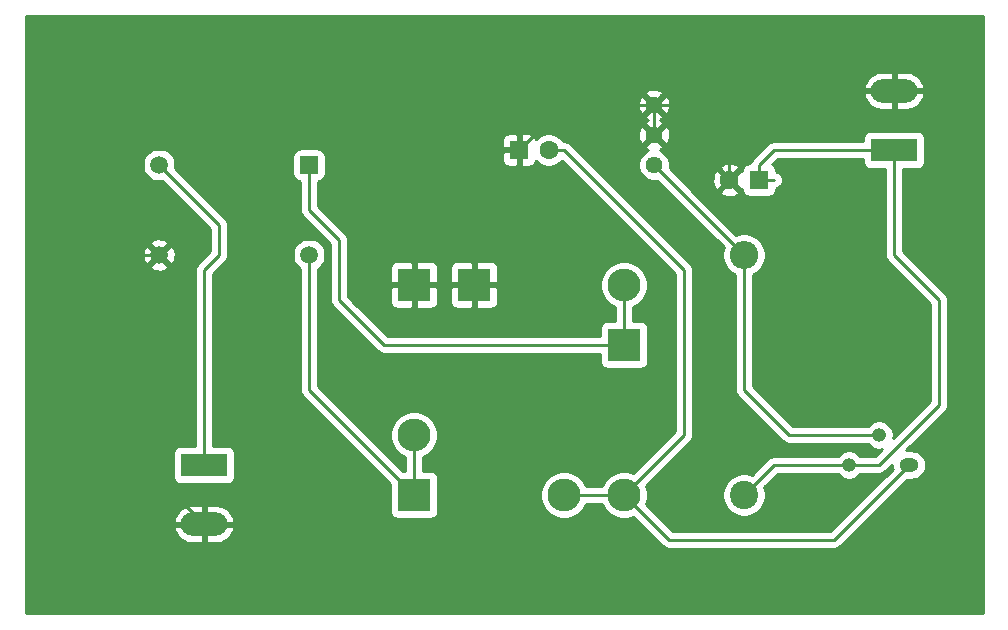
<source format=gbr>
%TF.GenerationSoftware,KiCad,Pcbnew,(5.1.10)-1*%
%TF.CreationDate,2021-08-17T10:22:28+03:00*%
%TF.ProjectId,first project,66697273-7420-4707-926f-6a6563742e6b,rev?*%
%TF.SameCoordinates,Original*%
%TF.FileFunction,Copper,L1,Top*%
%TF.FilePolarity,Positive*%
%FSLAX46Y46*%
G04 Gerber Fmt 4.6, Leading zero omitted, Abs format (unit mm)*
G04 Created by KiCad (PCBNEW (5.1.10)-1) date 2021-08-17 10:22:28*
%MOMM*%
%LPD*%
G01*
G04 APERTURE LIST*
%TA.AperFunction,ComponentPad*%
%ADD10C,1.520000*%
%TD*%
%TA.AperFunction,ComponentPad*%
%ADD11R,1.520000X1.520000*%
%TD*%
%TA.AperFunction,ComponentPad*%
%ADD12R,1.600000X1.600000*%
%TD*%
%TA.AperFunction,ComponentPad*%
%ADD13C,1.600000*%
%TD*%
%TA.AperFunction,ComponentPad*%
%ADD14O,2.800000X2.800000*%
%TD*%
%TA.AperFunction,ComponentPad*%
%ADD15R,2.800000X2.800000*%
%TD*%
%TA.AperFunction,ComponentPad*%
%ADD16R,3.960000X1.980000*%
%TD*%
%TA.AperFunction,ComponentPad*%
%ADD17O,3.960000X1.980000*%
%TD*%
%TA.AperFunction,ComponentPad*%
%ADD18C,2.400000*%
%TD*%
%TA.AperFunction,ComponentPad*%
%ADD19O,2.400000X2.400000*%
%TD*%
%TA.AperFunction,ComponentPad*%
%ADD20C,1.440000*%
%TD*%
%TA.AperFunction,ComponentPad*%
%ADD21O,1.600000X1.200000*%
%TD*%
%TA.AperFunction,ComponentPad*%
%ADD22O,1.200000X1.200000*%
%TD*%
%TA.AperFunction,Conductor*%
%ADD23C,0.250000*%
%TD*%
%TA.AperFunction,Conductor*%
%ADD24C,0.254000*%
%TD*%
%TA.AperFunction,Conductor*%
%ADD25C,0.100000*%
%TD*%
G04 APERTURE END LIST*
D10*
%TO.P,T1,1*%
%TO.N,Net-(J1-Pad1)*%
X107950000Y-76200000D03*
%TO.P,T1,2*%
%TO.N,GND*%
X107950000Y-83820000D03*
D11*
%TO.P,T1,3*%
%TO.N,Net-(D1-Pad1)*%
X120650000Y-76200000D03*
D10*
%TO.P,T1,4*%
%TO.N,Net-(D2-Pad1)*%
X120650000Y-83820000D03*
%TD*%
D12*
%TO.P,C1,1*%
%TO.N,Net-(C1-Pad1)*%
X158750000Y-77470000D03*
D13*
%TO.P,C1,2*%
%TO.N,GND*%
X156250000Y-77470000D03*
%TD*%
D12*
%TO.P,C2,1*%
%TO.N,GND*%
X138430000Y-74930000D03*
D13*
%TO.P,C2,2*%
%TO.N,Net-(C2-Pad2)*%
X140930000Y-74930000D03*
%TD*%
D14*
%TO.P,D1,2*%
%TO.N,Net-(C2-Pad2)*%
X147320000Y-104140000D03*
D15*
%TO.P,D1,1*%
%TO.N,Net-(D1-Pad1)*%
X147320000Y-91440000D03*
%TD*%
D14*
%TO.P,D2,2*%
%TO.N,Net-(C2-Pad2)*%
X142240000Y-104140000D03*
D15*
%TO.P,D2,1*%
%TO.N,Net-(D2-Pad1)*%
X129540000Y-104140000D03*
%TD*%
%TO.P,D3,1*%
%TO.N,GND*%
X134620000Y-86360000D03*
D14*
%TO.P,D3,2*%
%TO.N,Net-(D1-Pad1)*%
X147320000Y-86360000D03*
%TD*%
D15*
%TO.P,D4,1*%
%TO.N,GND*%
X129540000Y-86360000D03*
D14*
%TO.P,D4,2*%
%TO.N,Net-(D2-Pad1)*%
X129540000Y-99060000D03*
%TD*%
D16*
%TO.P,J1,1*%
%TO.N,Net-(J1-Pad1)*%
X111760000Y-101600000D03*
D17*
%TO.P,J1,2*%
%TO.N,GND*%
X111760000Y-106600000D03*
%TD*%
%TO.P,J2,2*%
%TO.N,GND*%
X170180000Y-69930000D03*
D16*
%TO.P,J2,1*%
%TO.N,Net-(C1-Pad1)*%
X170180000Y-74930000D03*
%TD*%
D18*
%TO.P,R1,1*%
%TO.N,Net-(C1-Pad1)*%
X157480000Y-104140000D03*
D19*
%TO.P,R1,2*%
%TO.N,Net-(R1-Pad2)*%
X157480000Y-83820000D03*
%TD*%
D20*
%TO.P,RV1,3*%
%TO.N,GND*%
X149860000Y-71120000D03*
%TO.P,RV1,2*%
X149860000Y-73660000D03*
%TO.P,RV1,1*%
%TO.N,Net-(R1-Pad2)*%
X149860000Y-76200000D03*
%TD*%
D21*
%TO.P,U1,1*%
%TO.N,Net-(C2-Pad2)*%
X171450000Y-101600000D03*
D22*
%TO.P,U1,2*%
%TO.N,Net-(R1-Pad2)*%
X168910000Y-99060000D03*
%TO.P,U1,3*%
%TO.N,Net-(C1-Pad1)*%
X166370000Y-101600000D03*
%TD*%
D23*
%TO.N,Net-(C1-Pad1)*%
X158750000Y-77470000D02*
X160020000Y-77470000D01*
X173990000Y-96520000D02*
X168910000Y-101600000D01*
X168910000Y-101600000D02*
X166370000Y-101600000D01*
X160020000Y-101600000D02*
X157480000Y-104140000D01*
X166370000Y-101600000D02*
X160020000Y-101600000D01*
X158750000Y-77470000D02*
X158750000Y-76200000D01*
X160020000Y-74930000D02*
X170180000Y-74930000D01*
X158750000Y-76200000D02*
X160020000Y-74930000D01*
X170180000Y-74930000D02*
X170180000Y-83820000D01*
X170180000Y-83820000D02*
X173990000Y-87630000D01*
X173990000Y-87630000D02*
X173990000Y-96520000D01*
%TO.N,GND*%
X134620000Y-86360000D02*
X129540000Y-86360000D01*
X138430000Y-74930000D02*
X137160000Y-74930000D01*
X134620000Y-77470000D02*
X134620000Y-86360000D01*
X137160000Y-74930000D02*
X134620000Y-77470000D01*
X138430000Y-74930000D02*
X142240000Y-71120000D01*
X142240000Y-71120000D02*
X149860000Y-71120000D01*
X149860000Y-71120000D02*
X149860000Y-73660000D01*
X149860000Y-71120000D02*
X153670000Y-71120000D01*
X156250000Y-73700000D02*
X156250000Y-77470000D01*
X153670000Y-71120000D02*
X156250000Y-73700000D01*
X154860000Y-69930000D02*
X153670000Y-71120000D01*
X170180000Y-69930000D02*
X154860000Y-69930000D01*
%TO.N,Net-(C2-Pad2)*%
X142240000Y-104140000D02*
X147320000Y-104140000D01*
X140930000Y-74930000D02*
X142240000Y-74930000D01*
X142240000Y-74930000D02*
X152400000Y-85090000D01*
X152400000Y-99060000D02*
X147320000Y-104140000D01*
X152400000Y-85090000D02*
X152400000Y-99060000D01*
X171450000Y-101600000D02*
X165100000Y-107950000D01*
X151130000Y-107950000D02*
X147320000Y-104140000D01*
X165100000Y-107950000D02*
X151130000Y-107950000D01*
%TO.N,Net-(D1-Pad1)*%
X147320000Y-86360000D02*
X147320000Y-91440000D01*
X120650000Y-76200000D02*
X120650000Y-80010000D01*
X120650000Y-80010000D02*
X123190000Y-82550000D01*
X123190000Y-82550000D02*
X123190000Y-87630000D01*
X123190000Y-87630000D02*
X127000000Y-91440000D01*
X127000000Y-91440000D02*
X147320000Y-91440000D01*
%TO.N,Net-(D2-Pad1)*%
X129540000Y-99060000D02*
X129540000Y-104140000D01*
X120650000Y-95250000D02*
X129540000Y-104140000D01*
X120650000Y-83820000D02*
X120650000Y-95250000D01*
%TO.N,Net-(J1-Pad1)*%
X111760000Y-101600000D02*
X111760000Y-85090000D01*
X111760000Y-85090000D02*
X113030000Y-83820000D01*
X113030000Y-81280000D02*
X107950000Y-76200000D01*
X113030000Y-83820000D02*
X113030000Y-81280000D01*
%TO.N,GND*%
X107950000Y-83820000D02*
X106680000Y-83820000D01*
X106680000Y-83820000D02*
X105410000Y-85090000D01*
X105410000Y-100250000D02*
X111760000Y-106600000D01*
X105410000Y-85090000D02*
X105410000Y-100250000D01*
%TO.N,Net-(R1-Pad2)*%
X168910000Y-99060000D02*
X161290000Y-99060000D01*
X157480000Y-95250000D02*
X157480000Y-83820000D01*
X161290000Y-99060000D02*
X157480000Y-95250000D01*
X157480000Y-83820000D02*
X149860000Y-76200000D01*
%TD*%
D24*
%TO.N,GND*%
X177673000Y-114173000D02*
X96647000Y-114173000D01*
X96647000Y-106978865D01*
X109189782Y-106978865D01*
X109220095Y-107104528D01*
X109348304Y-107397205D01*
X109531148Y-107659246D01*
X109761601Y-107880581D01*
X110030806Y-108052704D01*
X110328418Y-108169000D01*
X110643000Y-108225000D01*
X111633000Y-108225000D01*
X111633000Y-106727000D01*
X111887000Y-106727000D01*
X111887000Y-108225000D01*
X112877000Y-108225000D01*
X113191582Y-108169000D01*
X113489194Y-108052704D01*
X113758399Y-107880581D01*
X113988852Y-107659246D01*
X114171696Y-107397205D01*
X114299905Y-107104528D01*
X114330218Y-106978865D01*
X114210740Y-106727000D01*
X111887000Y-106727000D01*
X111633000Y-106727000D01*
X109309260Y-106727000D01*
X109189782Y-106978865D01*
X96647000Y-106978865D01*
X96647000Y-106221135D01*
X109189782Y-106221135D01*
X109309260Y-106473000D01*
X111633000Y-106473000D01*
X111633000Y-104975000D01*
X111887000Y-104975000D01*
X111887000Y-106473000D01*
X114210740Y-106473000D01*
X114330218Y-106221135D01*
X114299905Y-106095472D01*
X114171696Y-105802795D01*
X113988852Y-105540754D01*
X113758399Y-105319419D01*
X113489194Y-105147296D01*
X113191582Y-105031000D01*
X112877000Y-104975000D01*
X111887000Y-104975000D01*
X111633000Y-104975000D01*
X110643000Y-104975000D01*
X110328418Y-105031000D01*
X110030806Y-105147296D01*
X109761601Y-105319419D01*
X109531148Y-105540754D01*
X109348304Y-105802795D01*
X109220095Y-106095472D01*
X109189782Y-106221135D01*
X96647000Y-106221135D01*
X96647000Y-84784137D01*
X107165469Y-84784137D01*
X107232206Y-85024025D01*
X107480892Y-85140924D01*
X107747606Y-85207061D01*
X108022097Y-85219895D01*
X108293817Y-85178931D01*
X108552326Y-85085744D01*
X108667794Y-85024025D01*
X108734531Y-84784137D01*
X107950000Y-83999605D01*
X107165469Y-84784137D01*
X96647000Y-84784137D01*
X96647000Y-83892097D01*
X106550105Y-83892097D01*
X106591069Y-84163817D01*
X106684256Y-84422326D01*
X106745975Y-84537794D01*
X106985863Y-84604531D01*
X107770395Y-83820000D01*
X108129605Y-83820000D01*
X108914137Y-84604531D01*
X109154025Y-84537794D01*
X109270924Y-84289108D01*
X109337061Y-84022394D01*
X109349895Y-83747903D01*
X109308931Y-83476183D01*
X109215744Y-83217674D01*
X109154025Y-83102206D01*
X108914137Y-83035469D01*
X108129605Y-83820000D01*
X107770395Y-83820000D01*
X106985863Y-83035469D01*
X106745975Y-83102206D01*
X106629076Y-83350892D01*
X106562939Y-83617606D01*
X106550105Y-83892097D01*
X96647000Y-83892097D01*
X96647000Y-82855863D01*
X107165469Y-82855863D01*
X107950000Y-83640395D01*
X108734531Y-82855863D01*
X108667794Y-82615975D01*
X108419108Y-82499076D01*
X108152394Y-82432939D01*
X107877903Y-82420105D01*
X107606183Y-82461069D01*
X107347674Y-82554256D01*
X107232206Y-82615975D01*
X107165469Y-82855863D01*
X96647000Y-82855863D01*
X96647000Y-76062604D01*
X106555000Y-76062604D01*
X106555000Y-76337396D01*
X106608609Y-76606907D01*
X106713767Y-76860780D01*
X106866433Y-77089261D01*
X107060739Y-77283567D01*
X107289220Y-77436233D01*
X107543093Y-77541391D01*
X107812604Y-77595000D01*
X108087396Y-77595000D01*
X108239870Y-77564671D01*
X112270001Y-81594803D01*
X112270000Y-83505198D01*
X111248998Y-84526201D01*
X111220000Y-84549999D01*
X111196202Y-84578997D01*
X111196201Y-84578998D01*
X111125026Y-84665724D01*
X111054454Y-84797754D01*
X111042999Y-84835518D01*
X111010998Y-84941014D01*
X111002822Y-85024025D01*
X110996324Y-85090000D01*
X111000001Y-85127333D01*
X111000000Y-99971928D01*
X109780000Y-99971928D01*
X109655518Y-99984188D01*
X109535820Y-100020498D01*
X109425506Y-100079463D01*
X109328815Y-100158815D01*
X109249463Y-100255506D01*
X109190498Y-100365820D01*
X109154188Y-100485518D01*
X109141928Y-100610000D01*
X109141928Y-102590000D01*
X109154188Y-102714482D01*
X109190498Y-102834180D01*
X109249463Y-102944494D01*
X109328815Y-103041185D01*
X109425506Y-103120537D01*
X109535820Y-103179502D01*
X109655518Y-103215812D01*
X109780000Y-103228072D01*
X113740000Y-103228072D01*
X113864482Y-103215812D01*
X113984180Y-103179502D01*
X114094494Y-103120537D01*
X114191185Y-103041185D01*
X114270537Y-102944494D01*
X114329502Y-102834180D01*
X114365812Y-102714482D01*
X114378072Y-102590000D01*
X114378072Y-100610000D01*
X114365812Y-100485518D01*
X114329502Y-100365820D01*
X114270537Y-100255506D01*
X114191185Y-100158815D01*
X114094494Y-100079463D01*
X113984180Y-100020498D01*
X113864482Y-99984188D01*
X113740000Y-99971928D01*
X112520000Y-99971928D01*
X112520000Y-85404801D01*
X113541004Y-84383798D01*
X113570001Y-84360001D01*
X113664974Y-84244276D01*
X113735546Y-84112247D01*
X113779003Y-83968986D01*
X113790000Y-83857333D01*
X113790000Y-83857324D01*
X113793676Y-83820001D01*
X113790000Y-83782678D01*
X113790000Y-83682604D01*
X119255000Y-83682604D01*
X119255000Y-83957396D01*
X119308609Y-84226907D01*
X119413767Y-84480780D01*
X119566433Y-84709261D01*
X119760739Y-84903567D01*
X119890000Y-84989936D01*
X119890001Y-95212668D01*
X119886324Y-95250000D01*
X119900998Y-95398985D01*
X119944454Y-95542246D01*
X120015026Y-95674276D01*
X120082362Y-95756324D01*
X120110000Y-95790001D01*
X120138998Y-95813799D01*
X127501928Y-103176730D01*
X127501928Y-105540000D01*
X127514188Y-105664482D01*
X127550498Y-105784180D01*
X127609463Y-105894494D01*
X127688815Y-105991185D01*
X127785506Y-106070537D01*
X127895820Y-106129502D01*
X128015518Y-106165812D01*
X128140000Y-106178072D01*
X130940000Y-106178072D01*
X131064482Y-106165812D01*
X131184180Y-106129502D01*
X131294494Y-106070537D01*
X131391185Y-105991185D01*
X131470537Y-105894494D01*
X131529502Y-105784180D01*
X131565812Y-105664482D01*
X131578072Y-105540000D01*
X131578072Y-102740000D01*
X131565812Y-102615518D01*
X131529502Y-102495820D01*
X131470537Y-102385506D01*
X131391185Y-102288815D01*
X131294494Y-102209463D01*
X131184180Y-102150498D01*
X131064482Y-102114188D01*
X130940000Y-102101928D01*
X130300000Y-102101928D01*
X130300000Y-100947865D01*
X130503934Y-100863393D01*
X130837237Y-100640687D01*
X131120687Y-100357237D01*
X131343393Y-100023934D01*
X131496796Y-99653587D01*
X131575000Y-99260430D01*
X131575000Y-98859570D01*
X131496796Y-98466413D01*
X131343393Y-98096066D01*
X131120687Y-97762763D01*
X130837237Y-97479313D01*
X130503934Y-97256607D01*
X130133587Y-97103204D01*
X129740430Y-97025000D01*
X129339570Y-97025000D01*
X128946413Y-97103204D01*
X128576066Y-97256607D01*
X128242763Y-97479313D01*
X127959313Y-97762763D01*
X127736607Y-98096066D01*
X127583204Y-98466413D01*
X127505000Y-98859570D01*
X127505000Y-99260430D01*
X127583204Y-99653587D01*
X127736607Y-100023934D01*
X127959313Y-100357237D01*
X128242763Y-100640687D01*
X128576066Y-100863393D01*
X128780000Y-100947866D01*
X128780001Y-102101928D01*
X128576730Y-102101928D01*
X121410000Y-94935199D01*
X121410000Y-84989936D01*
X121539261Y-84903567D01*
X121733567Y-84709261D01*
X121886233Y-84480780D01*
X121991391Y-84226907D01*
X122045000Y-83957396D01*
X122045000Y-83682604D01*
X121991391Y-83413093D01*
X121886233Y-83159220D01*
X121733567Y-82930739D01*
X121539261Y-82736433D01*
X121310780Y-82583767D01*
X121056907Y-82478609D01*
X120787396Y-82425000D01*
X120512604Y-82425000D01*
X120243093Y-82478609D01*
X119989220Y-82583767D01*
X119760739Y-82736433D01*
X119566433Y-82930739D01*
X119413767Y-83159220D01*
X119308609Y-83413093D01*
X119255000Y-83682604D01*
X113790000Y-83682604D01*
X113790000Y-81317323D01*
X113793676Y-81280000D01*
X113790000Y-81242677D01*
X113790000Y-81242667D01*
X113779003Y-81131014D01*
X113735546Y-80987753D01*
X113664974Y-80855723D01*
X113593799Y-80768997D01*
X113570001Y-80739999D01*
X113541003Y-80716201D01*
X109314671Y-76489870D01*
X109345000Y-76337396D01*
X109345000Y-76062604D01*
X109291391Y-75793093D01*
X109186233Y-75539220D01*
X109119937Y-75440000D01*
X119251928Y-75440000D01*
X119251928Y-76960000D01*
X119264188Y-77084482D01*
X119300498Y-77204180D01*
X119359463Y-77314494D01*
X119438815Y-77411185D01*
X119535506Y-77490537D01*
X119645820Y-77549502D01*
X119765518Y-77585812D01*
X119890000Y-77598072D01*
X119890001Y-79972668D01*
X119886324Y-80010000D01*
X119900998Y-80158985D01*
X119944454Y-80302246D01*
X120015026Y-80434276D01*
X120082361Y-80516323D01*
X120110000Y-80550001D01*
X120138998Y-80573799D01*
X122430000Y-82864803D01*
X122430001Y-87592667D01*
X122426324Y-87630000D01*
X122440998Y-87778985D01*
X122484454Y-87922246D01*
X122555026Y-88054276D01*
X122626201Y-88141002D01*
X122650000Y-88170001D01*
X122678998Y-88193799D01*
X126436201Y-91951003D01*
X126459999Y-91980001D01*
X126575724Y-92074974D01*
X126707753Y-92145546D01*
X126851014Y-92189003D01*
X126962667Y-92200000D01*
X126962675Y-92200000D01*
X127000000Y-92203676D01*
X127037325Y-92200000D01*
X145281928Y-92200000D01*
X145281928Y-92840000D01*
X145294188Y-92964482D01*
X145330498Y-93084180D01*
X145389463Y-93194494D01*
X145468815Y-93291185D01*
X145565506Y-93370537D01*
X145675820Y-93429502D01*
X145795518Y-93465812D01*
X145920000Y-93478072D01*
X148720000Y-93478072D01*
X148844482Y-93465812D01*
X148964180Y-93429502D01*
X149074494Y-93370537D01*
X149171185Y-93291185D01*
X149250537Y-93194494D01*
X149309502Y-93084180D01*
X149345812Y-92964482D01*
X149358072Y-92840000D01*
X149358072Y-90040000D01*
X149345812Y-89915518D01*
X149309502Y-89795820D01*
X149250537Y-89685506D01*
X149171185Y-89588815D01*
X149074494Y-89509463D01*
X148964180Y-89450498D01*
X148844482Y-89414188D01*
X148720000Y-89401928D01*
X148080000Y-89401928D01*
X148080000Y-88247865D01*
X148283934Y-88163393D01*
X148617237Y-87940687D01*
X148900687Y-87657237D01*
X149123393Y-87323934D01*
X149276796Y-86953587D01*
X149355000Y-86560430D01*
X149355000Y-86159570D01*
X149276796Y-85766413D01*
X149123393Y-85396066D01*
X148900687Y-85062763D01*
X148617237Y-84779313D01*
X148283934Y-84556607D01*
X147913587Y-84403204D01*
X147520430Y-84325000D01*
X147119570Y-84325000D01*
X146726413Y-84403204D01*
X146356066Y-84556607D01*
X146022763Y-84779313D01*
X145739313Y-85062763D01*
X145516607Y-85396066D01*
X145363204Y-85766413D01*
X145285000Y-86159570D01*
X145285000Y-86560430D01*
X145363204Y-86953587D01*
X145516607Y-87323934D01*
X145739313Y-87657237D01*
X146022763Y-87940687D01*
X146356066Y-88163393D01*
X146560000Y-88247866D01*
X146560001Y-89401928D01*
X145920000Y-89401928D01*
X145795518Y-89414188D01*
X145675820Y-89450498D01*
X145565506Y-89509463D01*
X145468815Y-89588815D01*
X145389463Y-89685506D01*
X145330498Y-89795820D01*
X145294188Y-89915518D01*
X145281928Y-90040000D01*
X145281928Y-90680000D01*
X127314802Y-90680000D01*
X124394802Y-87760000D01*
X127501928Y-87760000D01*
X127514188Y-87884482D01*
X127550498Y-88004180D01*
X127609463Y-88114494D01*
X127688815Y-88211185D01*
X127785506Y-88290537D01*
X127895820Y-88349502D01*
X128015518Y-88385812D01*
X128140000Y-88398072D01*
X129254250Y-88395000D01*
X129413000Y-88236250D01*
X129413000Y-86487000D01*
X129667000Y-86487000D01*
X129667000Y-88236250D01*
X129825750Y-88395000D01*
X130940000Y-88398072D01*
X131064482Y-88385812D01*
X131184180Y-88349502D01*
X131294494Y-88290537D01*
X131391185Y-88211185D01*
X131470537Y-88114494D01*
X131529502Y-88004180D01*
X131565812Y-87884482D01*
X131578072Y-87760000D01*
X132581928Y-87760000D01*
X132594188Y-87884482D01*
X132630498Y-88004180D01*
X132689463Y-88114494D01*
X132768815Y-88211185D01*
X132865506Y-88290537D01*
X132975820Y-88349502D01*
X133095518Y-88385812D01*
X133220000Y-88398072D01*
X134334250Y-88395000D01*
X134493000Y-88236250D01*
X134493000Y-86487000D01*
X134747000Y-86487000D01*
X134747000Y-88236250D01*
X134905750Y-88395000D01*
X136020000Y-88398072D01*
X136144482Y-88385812D01*
X136264180Y-88349502D01*
X136374494Y-88290537D01*
X136471185Y-88211185D01*
X136550537Y-88114494D01*
X136609502Y-88004180D01*
X136645812Y-87884482D01*
X136658072Y-87760000D01*
X136655000Y-86645750D01*
X136496250Y-86487000D01*
X134747000Y-86487000D01*
X134493000Y-86487000D01*
X132743750Y-86487000D01*
X132585000Y-86645750D01*
X132581928Y-87760000D01*
X131578072Y-87760000D01*
X131575000Y-86645750D01*
X131416250Y-86487000D01*
X129667000Y-86487000D01*
X129413000Y-86487000D01*
X127663750Y-86487000D01*
X127505000Y-86645750D01*
X127501928Y-87760000D01*
X124394802Y-87760000D01*
X123950000Y-87315199D01*
X123950000Y-84960000D01*
X127501928Y-84960000D01*
X127505000Y-86074250D01*
X127663750Y-86233000D01*
X129413000Y-86233000D01*
X129413000Y-84483750D01*
X129667000Y-84483750D01*
X129667000Y-86233000D01*
X131416250Y-86233000D01*
X131575000Y-86074250D01*
X131578072Y-84960000D01*
X132581928Y-84960000D01*
X132585000Y-86074250D01*
X132743750Y-86233000D01*
X134493000Y-86233000D01*
X134493000Y-84483750D01*
X134747000Y-84483750D01*
X134747000Y-86233000D01*
X136496250Y-86233000D01*
X136655000Y-86074250D01*
X136658072Y-84960000D01*
X136645812Y-84835518D01*
X136609502Y-84715820D01*
X136550537Y-84605506D01*
X136471185Y-84508815D01*
X136374494Y-84429463D01*
X136264180Y-84370498D01*
X136144482Y-84334188D01*
X136020000Y-84321928D01*
X134905750Y-84325000D01*
X134747000Y-84483750D01*
X134493000Y-84483750D01*
X134334250Y-84325000D01*
X133220000Y-84321928D01*
X133095518Y-84334188D01*
X132975820Y-84370498D01*
X132865506Y-84429463D01*
X132768815Y-84508815D01*
X132689463Y-84605506D01*
X132630498Y-84715820D01*
X132594188Y-84835518D01*
X132581928Y-84960000D01*
X131578072Y-84960000D01*
X131565812Y-84835518D01*
X131529502Y-84715820D01*
X131470537Y-84605506D01*
X131391185Y-84508815D01*
X131294494Y-84429463D01*
X131184180Y-84370498D01*
X131064482Y-84334188D01*
X130940000Y-84321928D01*
X129825750Y-84325000D01*
X129667000Y-84483750D01*
X129413000Y-84483750D01*
X129254250Y-84325000D01*
X128140000Y-84321928D01*
X128015518Y-84334188D01*
X127895820Y-84370498D01*
X127785506Y-84429463D01*
X127688815Y-84508815D01*
X127609463Y-84605506D01*
X127550498Y-84715820D01*
X127514188Y-84835518D01*
X127501928Y-84960000D01*
X123950000Y-84960000D01*
X123950000Y-82587322D01*
X123953676Y-82549999D01*
X123950000Y-82512676D01*
X123950000Y-82512667D01*
X123939003Y-82401014D01*
X123895546Y-82257753D01*
X123824974Y-82125724D01*
X123811811Y-82109685D01*
X123753799Y-82038996D01*
X123753795Y-82038992D01*
X123730001Y-82009999D01*
X123701009Y-81986206D01*
X121410000Y-79695199D01*
X121410000Y-77598072D01*
X121534482Y-77585812D01*
X121654180Y-77549502D01*
X121764494Y-77490537D01*
X121861185Y-77411185D01*
X121940537Y-77314494D01*
X121999502Y-77204180D01*
X122035812Y-77084482D01*
X122048072Y-76960000D01*
X122048072Y-75730000D01*
X136991928Y-75730000D01*
X137004188Y-75854482D01*
X137040498Y-75974180D01*
X137099463Y-76084494D01*
X137178815Y-76181185D01*
X137275506Y-76260537D01*
X137385820Y-76319502D01*
X137505518Y-76355812D01*
X137630000Y-76368072D01*
X138144250Y-76365000D01*
X138303000Y-76206250D01*
X138303000Y-75057000D01*
X137153750Y-75057000D01*
X136995000Y-75215750D01*
X136991928Y-75730000D01*
X122048072Y-75730000D01*
X122048072Y-75440000D01*
X122035812Y-75315518D01*
X121999502Y-75195820D01*
X121940537Y-75085506D01*
X121861185Y-74988815D01*
X121764494Y-74909463D01*
X121654180Y-74850498D01*
X121534482Y-74814188D01*
X121410000Y-74801928D01*
X119890000Y-74801928D01*
X119765518Y-74814188D01*
X119645820Y-74850498D01*
X119535506Y-74909463D01*
X119438815Y-74988815D01*
X119359463Y-75085506D01*
X119300498Y-75195820D01*
X119264188Y-75315518D01*
X119251928Y-75440000D01*
X109119937Y-75440000D01*
X109033567Y-75310739D01*
X108839261Y-75116433D01*
X108610780Y-74963767D01*
X108356907Y-74858609D01*
X108087396Y-74805000D01*
X107812604Y-74805000D01*
X107543093Y-74858609D01*
X107289220Y-74963767D01*
X107060739Y-75116433D01*
X106866433Y-75310739D01*
X106713767Y-75539220D01*
X106608609Y-75793093D01*
X106555000Y-76062604D01*
X96647000Y-76062604D01*
X96647000Y-74130000D01*
X136991928Y-74130000D01*
X136995000Y-74644250D01*
X137153750Y-74803000D01*
X138303000Y-74803000D01*
X138303000Y-73653750D01*
X138557000Y-73653750D01*
X138557000Y-74803000D01*
X138577000Y-74803000D01*
X138577000Y-75057000D01*
X138557000Y-75057000D01*
X138557000Y-76206250D01*
X138715750Y-76365000D01*
X139230000Y-76368072D01*
X139354482Y-76355812D01*
X139474180Y-76319502D01*
X139584494Y-76260537D01*
X139681185Y-76181185D01*
X139760537Y-76084494D01*
X139819502Y-75974180D01*
X139848661Y-75878057D01*
X140015241Y-76044637D01*
X140250273Y-76201680D01*
X140511426Y-76309853D01*
X140788665Y-76365000D01*
X141071335Y-76365000D01*
X141348574Y-76309853D01*
X141609727Y-76201680D01*
X141844759Y-76044637D01*
X142044637Y-75844759D01*
X142058785Y-75823586D01*
X151640000Y-85404802D01*
X151640001Y-98745197D01*
X148117522Y-102267677D01*
X147913587Y-102183204D01*
X147520430Y-102105000D01*
X147119570Y-102105000D01*
X146726413Y-102183204D01*
X146356066Y-102336607D01*
X146022763Y-102559313D01*
X145739313Y-102842763D01*
X145516607Y-103176066D01*
X145432135Y-103380000D01*
X144127865Y-103380000D01*
X144043393Y-103176066D01*
X143820687Y-102842763D01*
X143537237Y-102559313D01*
X143203934Y-102336607D01*
X142833587Y-102183204D01*
X142440430Y-102105000D01*
X142039570Y-102105000D01*
X141646413Y-102183204D01*
X141276066Y-102336607D01*
X140942763Y-102559313D01*
X140659313Y-102842763D01*
X140436607Y-103176066D01*
X140283204Y-103546413D01*
X140205000Y-103939570D01*
X140205000Y-104340430D01*
X140283204Y-104733587D01*
X140436607Y-105103934D01*
X140659313Y-105437237D01*
X140942763Y-105720687D01*
X141276066Y-105943393D01*
X141646413Y-106096796D01*
X142039570Y-106175000D01*
X142440430Y-106175000D01*
X142833587Y-106096796D01*
X143203934Y-105943393D01*
X143537237Y-105720687D01*
X143820687Y-105437237D01*
X144043393Y-105103934D01*
X144127865Y-104900000D01*
X145432135Y-104900000D01*
X145516607Y-105103934D01*
X145739313Y-105437237D01*
X146022763Y-105720687D01*
X146356066Y-105943393D01*
X146726413Y-106096796D01*
X147119570Y-106175000D01*
X147520430Y-106175000D01*
X147913587Y-106096796D01*
X148117522Y-106012323D01*
X150566201Y-108461003D01*
X150589999Y-108490001D01*
X150705724Y-108584974D01*
X150837753Y-108655546D01*
X150981014Y-108699003D01*
X151092667Y-108710000D01*
X151092675Y-108710000D01*
X151130000Y-108713676D01*
X151167325Y-108710000D01*
X165062678Y-108710000D01*
X165100000Y-108713676D01*
X165137322Y-108710000D01*
X165137333Y-108710000D01*
X165248986Y-108699003D01*
X165392247Y-108655546D01*
X165524276Y-108584974D01*
X165640001Y-108490001D01*
X165663804Y-108460997D01*
X171289802Y-102835000D01*
X171710665Y-102835000D01*
X171892102Y-102817130D01*
X172124901Y-102746511D01*
X172339449Y-102631833D01*
X172527502Y-102477502D01*
X172681833Y-102289449D01*
X172796511Y-102074901D01*
X172867130Y-101842102D01*
X172890975Y-101600000D01*
X172867130Y-101357898D01*
X172796511Y-101125099D01*
X172681833Y-100910551D01*
X172527502Y-100722498D01*
X172339449Y-100568167D01*
X172124901Y-100453489D01*
X171892102Y-100382870D01*
X171710665Y-100365000D01*
X171219801Y-100365000D01*
X174501003Y-97083799D01*
X174530001Y-97060001D01*
X174558726Y-97025000D01*
X174624974Y-96944277D01*
X174695546Y-96812247D01*
X174739003Y-96668986D01*
X174750000Y-96557333D01*
X174750000Y-96557323D01*
X174753676Y-96520000D01*
X174750000Y-96482677D01*
X174750000Y-87667325D01*
X174753676Y-87630000D01*
X174750000Y-87592675D01*
X174750000Y-87592667D01*
X174739003Y-87481014D01*
X174695546Y-87337753D01*
X174624974Y-87205724D01*
X174530001Y-87089999D01*
X174501003Y-87066201D01*
X170940000Y-83505199D01*
X170940000Y-76558072D01*
X172160000Y-76558072D01*
X172284482Y-76545812D01*
X172404180Y-76509502D01*
X172514494Y-76450537D01*
X172611185Y-76371185D01*
X172690537Y-76274494D01*
X172749502Y-76164180D01*
X172785812Y-76044482D01*
X172798072Y-75920000D01*
X172798072Y-73940000D01*
X172785812Y-73815518D01*
X172749502Y-73695820D01*
X172690537Y-73585506D01*
X172611185Y-73488815D01*
X172514494Y-73409463D01*
X172404180Y-73350498D01*
X172284482Y-73314188D01*
X172160000Y-73301928D01*
X168200000Y-73301928D01*
X168075518Y-73314188D01*
X167955820Y-73350498D01*
X167845506Y-73409463D01*
X167748815Y-73488815D01*
X167669463Y-73585506D01*
X167610498Y-73695820D01*
X167574188Y-73815518D01*
X167561928Y-73940000D01*
X167561928Y-74170000D01*
X160057322Y-74170000D01*
X160019999Y-74166324D01*
X159982676Y-74170000D01*
X159982667Y-74170000D01*
X159871014Y-74180997D01*
X159727753Y-74224454D01*
X159595724Y-74295026D01*
X159479999Y-74389999D01*
X159456201Y-74418997D01*
X158238998Y-75636201D01*
X158210000Y-75659999D01*
X158186202Y-75688997D01*
X158186201Y-75688998D01*
X158115026Y-75775724D01*
X158044454Y-75907754D01*
X158024305Y-75974180D01*
X158006788Y-76031928D01*
X157950000Y-76031928D01*
X157825518Y-76044188D01*
X157705820Y-76080498D01*
X157595506Y-76139463D01*
X157498815Y-76218815D01*
X157419463Y-76315506D01*
X157360498Y-76425820D01*
X157324188Y-76545518D01*
X157311928Y-76670000D01*
X157311928Y-76677215D01*
X157242702Y-76656903D01*
X156429605Y-77470000D01*
X157242702Y-78283097D01*
X157311928Y-78262785D01*
X157311928Y-78270000D01*
X157324188Y-78394482D01*
X157360498Y-78514180D01*
X157419463Y-78624494D01*
X157498815Y-78721185D01*
X157595506Y-78800537D01*
X157705820Y-78859502D01*
X157825518Y-78895812D01*
X157950000Y-78908072D01*
X159550000Y-78908072D01*
X159674482Y-78895812D01*
X159794180Y-78859502D01*
X159904494Y-78800537D01*
X160001185Y-78721185D01*
X160080537Y-78624494D01*
X160139502Y-78514180D01*
X160175812Y-78394482D01*
X160188072Y-78270000D01*
X160188072Y-78213213D01*
X160312247Y-78175546D01*
X160444276Y-78104974D01*
X160560001Y-78010001D01*
X160654974Y-77894276D01*
X160725546Y-77762247D01*
X160769003Y-77618986D01*
X160783677Y-77470000D01*
X160769003Y-77321014D01*
X160725546Y-77177753D01*
X160654974Y-77045724D01*
X160560001Y-76929999D01*
X160444276Y-76835026D01*
X160312247Y-76764454D01*
X160188072Y-76726787D01*
X160188072Y-76670000D01*
X160175812Y-76545518D01*
X160139502Y-76425820D01*
X160080537Y-76315506D01*
X160001185Y-76218815D01*
X159904494Y-76139463D01*
X159892011Y-76132791D01*
X160334802Y-75690000D01*
X167561928Y-75690000D01*
X167561928Y-75920000D01*
X167574188Y-76044482D01*
X167610498Y-76164180D01*
X167669463Y-76274494D01*
X167748815Y-76371185D01*
X167845506Y-76450537D01*
X167955820Y-76509502D01*
X168075518Y-76545812D01*
X168200000Y-76558072D01*
X169420000Y-76558072D01*
X169420001Y-83782667D01*
X169416324Y-83820000D01*
X169420001Y-83857332D01*
X169420001Y-83857333D01*
X169430998Y-83968986D01*
X169440286Y-83999605D01*
X169474454Y-84112246D01*
X169545026Y-84244276D01*
X169608754Y-84321928D01*
X169640000Y-84360001D01*
X169668998Y-84383799D01*
X173230000Y-87944802D01*
X173230001Y-96205197D01*
X170118044Y-99317155D01*
X170145000Y-99181637D01*
X170145000Y-98938363D01*
X170097540Y-98699764D01*
X170004443Y-98475008D01*
X169869287Y-98272733D01*
X169697267Y-98100713D01*
X169494992Y-97965557D01*
X169270236Y-97872460D01*
X169031637Y-97825000D01*
X168788363Y-97825000D01*
X168549764Y-97872460D01*
X168325008Y-97965557D01*
X168122733Y-98100713D01*
X167950713Y-98272733D01*
X167932494Y-98300000D01*
X161604802Y-98300000D01*
X158240000Y-94935199D01*
X158240000Y-85491388D01*
X158349199Y-85446156D01*
X158649744Y-85245338D01*
X158905338Y-84989744D01*
X159106156Y-84689199D01*
X159244482Y-84355250D01*
X159315000Y-84000732D01*
X159315000Y-83639268D01*
X159244482Y-83284750D01*
X159106156Y-82950801D01*
X158905338Y-82650256D01*
X158649744Y-82394662D01*
X158349199Y-82193844D01*
X158015250Y-82055518D01*
X157660732Y-81985000D01*
X157299268Y-81985000D01*
X156944750Y-82055518D01*
X156835551Y-82100749D01*
X153197504Y-78462702D01*
X155436903Y-78462702D01*
X155508486Y-78706671D01*
X155763996Y-78827571D01*
X156038184Y-78896300D01*
X156320512Y-78910217D01*
X156600130Y-78868787D01*
X156866292Y-78773603D01*
X156991514Y-78706671D01*
X157063097Y-78462702D01*
X156250000Y-77649605D01*
X155436903Y-78462702D01*
X153197504Y-78462702D01*
X152275314Y-77540512D01*
X154809783Y-77540512D01*
X154851213Y-77820130D01*
X154946397Y-78086292D01*
X155013329Y-78211514D01*
X155257298Y-78283097D01*
X156070395Y-77470000D01*
X155257298Y-76656903D01*
X155013329Y-76728486D01*
X154892429Y-76983996D01*
X154823700Y-77258184D01*
X154809783Y-77540512D01*
X152275314Y-77540512D01*
X151212100Y-76477298D01*
X155436903Y-76477298D01*
X156250000Y-77290395D01*
X157063097Y-76477298D01*
X156991514Y-76233329D01*
X156736004Y-76112429D01*
X156461816Y-76043700D01*
X156179488Y-76029783D01*
X155899870Y-76071213D01*
X155633708Y-76166397D01*
X155508486Y-76233329D01*
X155436903Y-76477298D01*
X151212100Y-76477298D01*
X151190654Y-76455853D01*
X151215000Y-76333456D01*
X151215000Y-76066544D01*
X151162928Y-75804761D01*
X151060785Y-75558167D01*
X150912497Y-75336238D01*
X150723762Y-75147503D01*
X150501833Y-74999215D01*
X150333676Y-74929562D01*
X150448353Y-74887875D01*
X150554068Y-74831368D01*
X150615955Y-74595560D01*
X149860000Y-73839605D01*
X149104045Y-74595560D01*
X149165932Y-74831368D01*
X149381007Y-74931764D01*
X149218167Y-74999215D01*
X148996238Y-75147503D01*
X148807503Y-75336238D01*
X148659215Y-75558167D01*
X148557072Y-75804761D01*
X148505000Y-76066544D01*
X148505000Y-76333456D01*
X148557072Y-76595239D01*
X148659215Y-76841833D01*
X148807503Y-77063762D01*
X148996238Y-77252497D01*
X149218167Y-77400785D01*
X149464761Y-77502928D01*
X149726544Y-77555000D01*
X149993456Y-77555000D01*
X150115853Y-77530654D01*
X155760749Y-83175551D01*
X155715518Y-83284750D01*
X155645000Y-83639268D01*
X155645000Y-84000732D01*
X155715518Y-84355250D01*
X155853844Y-84689199D01*
X156054662Y-84989744D01*
X156310256Y-85245338D01*
X156610801Y-85446156D01*
X156720001Y-85491388D01*
X156720000Y-95212678D01*
X156716324Y-95250000D01*
X156720000Y-95287322D01*
X156720000Y-95287332D01*
X156730997Y-95398985D01*
X156774454Y-95542246D01*
X156845026Y-95674276D01*
X156884871Y-95722826D01*
X156939999Y-95790001D01*
X156969003Y-95813804D01*
X160726201Y-99571003D01*
X160749999Y-99600001D01*
X160865724Y-99694974D01*
X160997753Y-99765546D01*
X161141014Y-99809003D01*
X161252667Y-99820000D01*
X161252675Y-99820000D01*
X161290000Y-99823676D01*
X161327325Y-99820000D01*
X167932494Y-99820000D01*
X167950713Y-99847267D01*
X168122733Y-100019287D01*
X168325008Y-100154443D01*
X168549764Y-100247540D01*
X168788363Y-100295000D01*
X169031637Y-100295000D01*
X169167155Y-100268044D01*
X168595199Y-100840000D01*
X167347506Y-100840000D01*
X167329287Y-100812733D01*
X167157267Y-100640713D01*
X166954992Y-100505557D01*
X166730236Y-100412460D01*
X166491637Y-100365000D01*
X166248363Y-100365000D01*
X166009764Y-100412460D01*
X165785008Y-100505557D01*
X165582733Y-100640713D01*
X165410713Y-100812733D01*
X165392494Y-100840000D01*
X160057322Y-100840000D01*
X160019999Y-100836324D01*
X159982676Y-100840000D01*
X159982667Y-100840000D01*
X159871014Y-100850997D01*
X159727753Y-100894454D01*
X159595724Y-100965026D01*
X159595722Y-100965027D01*
X159595723Y-100965027D01*
X159508996Y-101036201D01*
X159508992Y-101036205D01*
X159479999Y-101059999D01*
X159456205Y-101088992D01*
X158124449Y-102420749D01*
X158015250Y-102375518D01*
X157660732Y-102305000D01*
X157299268Y-102305000D01*
X156944750Y-102375518D01*
X156610801Y-102513844D01*
X156310256Y-102714662D01*
X156054662Y-102970256D01*
X155853844Y-103270801D01*
X155715518Y-103604750D01*
X155645000Y-103959268D01*
X155645000Y-104320732D01*
X155715518Y-104675250D01*
X155853844Y-105009199D01*
X156054662Y-105309744D01*
X156310256Y-105565338D01*
X156610801Y-105766156D01*
X156944750Y-105904482D01*
X157299268Y-105975000D01*
X157660732Y-105975000D01*
X158015250Y-105904482D01*
X158349199Y-105766156D01*
X158649744Y-105565338D01*
X158905338Y-105309744D01*
X159106156Y-105009199D01*
X159244482Y-104675250D01*
X159315000Y-104320732D01*
X159315000Y-103959268D01*
X159244482Y-103604750D01*
X159199251Y-103495551D01*
X160334803Y-102360000D01*
X165392494Y-102360000D01*
X165410713Y-102387267D01*
X165582733Y-102559287D01*
X165785008Y-102694443D01*
X166009764Y-102787540D01*
X166248363Y-102835000D01*
X166491637Y-102835000D01*
X166730236Y-102787540D01*
X166954992Y-102694443D01*
X167157267Y-102559287D01*
X167329287Y-102387267D01*
X167347506Y-102360000D01*
X168872678Y-102360000D01*
X168910000Y-102363676D01*
X168947322Y-102360000D01*
X168947333Y-102360000D01*
X169058986Y-102349003D01*
X169202247Y-102305546D01*
X169334276Y-102234974D01*
X169450001Y-102140001D01*
X169473804Y-102110997D01*
X170011672Y-101573130D01*
X170009025Y-101600000D01*
X170032870Y-101842102D01*
X170056197Y-101919001D01*
X164785199Y-107190000D01*
X151444802Y-107190000D01*
X149192323Y-104937522D01*
X149276796Y-104733587D01*
X149355000Y-104340430D01*
X149355000Y-103939570D01*
X149276796Y-103546413D01*
X149192323Y-103342478D01*
X152911003Y-99623799D01*
X152940001Y-99600001D01*
X152966332Y-99567917D01*
X153034974Y-99484277D01*
X153105546Y-99352247D01*
X153105546Y-99352246D01*
X153149003Y-99208986D01*
X153160000Y-99097333D01*
X153160000Y-99097323D01*
X153163676Y-99060000D01*
X153160000Y-99022677D01*
X153160000Y-85127325D01*
X153163676Y-85090000D01*
X153160000Y-85052675D01*
X153160000Y-85052667D01*
X153149003Y-84941014D01*
X153105546Y-84797753D01*
X153034974Y-84665724D01*
X152940001Y-84549999D01*
X152911004Y-84526202D01*
X142803804Y-74419003D01*
X142780001Y-74389999D01*
X142664276Y-74295026D01*
X142532247Y-74224454D01*
X142388986Y-74180997D01*
X142277333Y-74170000D01*
X142277322Y-74170000D01*
X142240000Y-74166324D01*
X142202678Y-74170000D01*
X142148043Y-74170000D01*
X142044637Y-74015241D01*
X141844759Y-73815363D01*
X141722512Y-73733680D01*
X148500439Y-73733680D01*
X148540937Y-73997501D01*
X148632125Y-74248353D01*
X148688632Y-74354068D01*
X148924440Y-74415955D01*
X149680395Y-73660000D01*
X150039605Y-73660000D01*
X150795560Y-74415955D01*
X151031368Y-74354068D01*
X151144266Y-74112210D01*
X151207811Y-73852973D01*
X151219561Y-73586320D01*
X151179063Y-73322499D01*
X151087875Y-73071647D01*
X151031368Y-72965932D01*
X150795560Y-72904045D01*
X150039605Y-73660000D01*
X149680395Y-73660000D01*
X148924440Y-72904045D01*
X148688632Y-72965932D01*
X148575734Y-73207790D01*
X148512189Y-73467027D01*
X148500439Y-73733680D01*
X141722512Y-73733680D01*
X141609727Y-73658320D01*
X141348574Y-73550147D01*
X141071335Y-73495000D01*
X140788665Y-73495000D01*
X140511426Y-73550147D01*
X140250273Y-73658320D01*
X140015241Y-73815363D01*
X139848661Y-73981943D01*
X139819502Y-73885820D01*
X139760537Y-73775506D01*
X139681185Y-73678815D01*
X139584494Y-73599463D01*
X139474180Y-73540498D01*
X139354482Y-73504188D01*
X139230000Y-73491928D01*
X138715750Y-73495000D01*
X138557000Y-73653750D01*
X138303000Y-73653750D01*
X138144250Y-73495000D01*
X137630000Y-73491928D01*
X137505518Y-73504188D01*
X137385820Y-73540498D01*
X137275506Y-73599463D01*
X137178815Y-73678815D01*
X137099463Y-73775506D01*
X137040498Y-73885820D01*
X137004188Y-74005518D01*
X136991928Y-74130000D01*
X96647000Y-74130000D01*
X96647000Y-72055560D01*
X149104045Y-72055560D01*
X149165932Y-72291368D01*
X149381738Y-72392105D01*
X149271647Y-72432125D01*
X149165932Y-72488632D01*
X149104045Y-72724440D01*
X149860000Y-73480395D01*
X150615955Y-72724440D01*
X150554068Y-72488632D01*
X150338262Y-72387895D01*
X150448353Y-72347875D01*
X150554068Y-72291368D01*
X150615955Y-72055560D01*
X149860000Y-71299605D01*
X149104045Y-72055560D01*
X96647000Y-72055560D01*
X96647000Y-71193680D01*
X148500439Y-71193680D01*
X148540937Y-71457501D01*
X148632125Y-71708353D01*
X148688632Y-71814068D01*
X148924440Y-71875955D01*
X149680395Y-71120000D01*
X150039605Y-71120000D01*
X150795560Y-71875955D01*
X151031368Y-71814068D01*
X151144266Y-71572210D01*
X151207811Y-71312973D01*
X151219561Y-71046320D01*
X151179063Y-70782499D01*
X151087875Y-70531647D01*
X151031368Y-70425932D01*
X150795560Y-70364045D01*
X150039605Y-71120000D01*
X149680395Y-71120000D01*
X148924440Y-70364045D01*
X148688632Y-70425932D01*
X148575734Y-70667790D01*
X148512189Y-70927027D01*
X148500439Y-71193680D01*
X96647000Y-71193680D01*
X96647000Y-70184440D01*
X149104045Y-70184440D01*
X149860000Y-70940395D01*
X150491530Y-70308865D01*
X167609782Y-70308865D01*
X167640095Y-70434528D01*
X167768304Y-70727205D01*
X167951148Y-70989246D01*
X168181601Y-71210581D01*
X168450806Y-71382704D01*
X168748418Y-71499000D01*
X169063000Y-71555000D01*
X170053000Y-71555000D01*
X170053000Y-70057000D01*
X170307000Y-70057000D01*
X170307000Y-71555000D01*
X171297000Y-71555000D01*
X171611582Y-71499000D01*
X171909194Y-71382704D01*
X172178399Y-71210581D01*
X172408852Y-70989246D01*
X172591696Y-70727205D01*
X172719905Y-70434528D01*
X172750218Y-70308865D01*
X172630740Y-70057000D01*
X170307000Y-70057000D01*
X170053000Y-70057000D01*
X167729260Y-70057000D01*
X167609782Y-70308865D01*
X150491530Y-70308865D01*
X150615955Y-70184440D01*
X150554068Y-69948632D01*
X150312210Y-69835734D01*
X150052973Y-69772189D01*
X149786320Y-69760439D01*
X149522499Y-69800937D01*
X149271647Y-69892125D01*
X149165932Y-69948632D01*
X149104045Y-70184440D01*
X96647000Y-70184440D01*
X96647000Y-69551135D01*
X167609782Y-69551135D01*
X167729260Y-69803000D01*
X170053000Y-69803000D01*
X170053000Y-68305000D01*
X170307000Y-68305000D01*
X170307000Y-69803000D01*
X172630740Y-69803000D01*
X172750218Y-69551135D01*
X172719905Y-69425472D01*
X172591696Y-69132795D01*
X172408852Y-68870754D01*
X172178399Y-68649419D01*
X171909194Y-68477296D01*
X171611582Y-68361000D01*
X171297000Y-68305000D01*
X170307000Y-68305000D01*
X170053000Y-68305000D01*
X169063000Y-68305000D01*
X168748418Y-68361000D01*
X168450806Y-68477296D01*
X168181601Y-68649419D01*
X167951148Y-68870754D01*
X167768304Y-69132795D01*
X167640095Y-69425472D01*
X167609782Y-69551135D01*
X96647000Y-69551135D01*
X96647000Y-63627000D01*
X177673000Y-63627000D01*
X177673000Y-114173000D01*
%TA.AperFunction,Conductor*%
D25*
G36*
X177673000Y-114173000D02*
G01*
X96647000Y-114173000D01*
X96647000Y-106978865D01*
X109189782Y-106978865D01*
X109220095Y-107104528D01*
X109348304Y-107397205D01*
X109531148Y-107659246D01*
X109761601Y-107880581D01*
X110030806Y-108052704D01*
X110328418Y-108169000D01*
X110643000Y-108225000D01*
X111633000Y-108225000D01*
X111633000Y-106727000D01*
X111887000Y-106727000D01*
X111887000Y-108225000D01*
X112877000Y-108225000D01*
X113191582Y-108169000D01*
X113489194Y-108052704D01*
X113758399Y-107880581D01*
X113988852Y-107659246D01*
X114171696Y-107397205D01*
X114299905Y-107104528D01*
X114330218Y-106978865D01*
X114210740Y-106727000D01*
X111887000Y-106727000D01*
X111633000Y-106727000D01*
X109309260Y-106727000D01*
X109189782Y-106978865D01*
X96647000Y-106978865D01*
X96647000Y-106221135D01*
X109189782Y-106221135D01*
X109309260Y-106473000D01*
X111633000Y-106473000D01*
X111633000Y-104975000D01*
X111887000Y-104975000D01*
X111887000Y-106473000D01*
X114210740Y-106473000D01*
X114330218Y-106221135D01*
X114299905Y-106095472D01*
X114171696Y-105802795D01*
X113988852Y-105540754D01*
X113758399Y-105319419D01*
X113489194Y-105147296D01*
X113191582Y-105031000D01*
X112877000Y-104975000D01*
X111887000Y-104975000D01*
X111633000Y-104975000D01*
X110643000Y-104975000D01*
X110328418Y-105031000D01*
X110030806Y-105147296D01*
X109761601Y-105319419D01*
X109531148Y-105540754D01*
X109348304Y-105802795D01*
X109220095Y-106095472D01*
X109189782Y-106221135D01*
X96647000Y-106221135D01*
X96647000Y-84784137D01*
X107165469Y-84784137D01*
X107232206Y-85024025D01*
X107480892Y-85140924D01*
X107747606Y-85207061D01*
X108022097Y-85219895D01*
X108293817Y-85178931D01*
X108552326Y-85085744D01*
X108667794Y-85024025D01*
X108734531Y-84784137D01*
X107950000Y-83999605D01*
X107165469Y-84784137D01*
X96647000Y-84784137D01*
X96647000Y-83892097D01*
X106550105Y-83892097D01*
X106591069Y-84163817D01*
X106684256Y-84422326D01*
X106745975Y-84537794D01*
X106985863Y-84604531D01*
X107770395Y-83820000D01*
X108129605Y-83820000D01*
X108914137Y-84604531D01*
X109154025Y-84537794D01*
X109270924Y-84289108D01*
X109337061Y-84022394D01*
X109349895Y-83747903D01*
X109308931Y-83476183D01*
X109215744Y-83217674D01*
X109154025Y-83102206D01*
X108914137Y-83035469D01*
X108129605Y-83820000D01*
X107770395Y-83820000D01*
X106985863Y-83035469D01*
X106745975Y-83102206D01*
X106629076Y-83350892D01*
X106562939Y-83617606D01*
X106550105Y-83892097D01*
X96647000Y-83892097D01*
X96647000Y-82855863D01*
X107165469Y-82855863D01*
X107950000Y-83640395D01*
X108734531Y-82855863D01*
X108667794Y-82615975D01*
X108419108Y-82499076D01*
X108152394Y-82432939D01*
X107877903Y-82420105D01*
X107606183Y-82461069D01*
X107347674Y-82554256D01*
X107232206Y-82615975D01*
X107165469Y-82855863D01*
X96647000Y-82855863D01*
X96647000Y-76062604D01*
X106555000Y-76062604D01*
X106555000Y-76337396D01*
X106608609Y-76606907D01*
X106713767Y-76860780D01*
X106866433Y-77089261D01*
X107060739Y-77283567D01*
X107289220Y-77436233D01*
X107543093Y-77541391D01*
X107812604Y-77595000D01*
X108087396Y-77595000D01*
X108239870Y-77564671D01*
X112270001Y-81594803D01*
X112270000Y-83505198D01*
X111248998Y-84526201D01*
X111220000Y-84549999D01*
X111196202Y-84578997D01*
X111196201Y-84578998D01*
X111125026Y-84665724D01*
X111054454Y-84797754D01*
X111042999Y-84835518D01*
X111010998Y-84941014D01*
X111002822Y-85024025D01*
X110996324Y-85090000D01*
X111000001Y-85127333D01*
X111000000Y-99971928D01*
X109780000Y-99971928D01*
X109655518Y-99984188D01*
X109535820Y-100020498D01*
X109425506Y-100079463D01*
X109328815Y-100158815D01*
X109249463Y-100255506D01*
X109190498Y-100365820D01*
X109154188Y-100485518D01*
X109141928Y-100610000D01*
X109141928Y-102590000D01*
X109154188Y-102714482D01*
X109190498Y-102834180D01*
X109249463Y-102944494D01*
X109328815Y-103041185D01*
X109425506Y-103120537D01*
X109535820Y-103179502D01*
X109655518Y-103215812D01*
X109780000Y-103228072D01*
X113740000Y-103228072D01*
X113864482Y-103215812D01*
X113984180Y-103179502D01*
X114094494Y-103120537D01*
X114191185Y-103041185D01*
X114270537Y-102944494D01*
X114329502Y-102834180D01*
X114365812Y-102714482D01*
X114378072Y-102590000D01*
X114378072Y-100610000D01*
X114365812Y-100485518D01*
X114329502Y-100365820D01*
X114270537Y-100255506D01*
X114191185Y-100158815D01*
X114094494Y-100079463D01*
X113984180Y-100020498D01*
X113864482Y-99984188D01*
X113740000Y-99971928D01*
X112520000Y-99971928D01*
X112520000Y-85404801D01*
X113541004Y-84383798D01*
X113570001Y-84360001D01*
X113664974Y-84244276D01*
X113735546Y-84112247D01*
X113779003Y-83968986D01*
X113790000Y-83857333D01*
X113790000Y-83857324D01*
X113793676Y-83820001D01*
X113790000Y-83782678D01*
X113790000Y-83682604D01*
X119255000Y-83682604D01*
X119255000Y-83957396D01*
X119308609Y-84226907D01*
X119413767Y-84480780D01*
X119566433Y-84709261D01*
X119760739Y-84903567D01*
X119890000Y-84989936D01*
X119890001Y-95212668D01*
X119886324Y-95250000D01*
X119900998Y-95398985D01*
X119944454Y-95542246D01*
X120015026Y-95674276D01*
X120082362Y-95756324D01*
X120110000Y-95790001D01*
X120138998Y-95813799D01*
X127501928Y-103176730D01*
X127501928Y-105540000D01*
X127514188Y-105664482D01*
X127550498Y-105784180D01*
X127609463Y-105894494D01*
X127688815Y-105991185D01*
X127785506Y-106070537D01*
X127895820Y-106129502D01*
X128015518Y-106165812D01*
X128140000Y-106178072D01*
X130940000Y-106178072D01*
X131064482Y-106165812D01*
X131184180Y-106129502D01*
X131294494Y-106070537D01*
X131391185Y-105991185D01*
X131470537Y-105894494D01*
X131529502Y-105784180D01*
X131565812Y-105664482D01*
X131578072Y-105540000D01*
X131578072Y-102740000D01*
X131565812Y-102615518D01*
X131529502Y-102495820D01*
X131470537Y-102385506D01*
X131391185Y-102288815D01*
X131294494Y-102209463D01*
X131184180Y-102150498D01*
X131064482Y-102114188D01*
X130940000Y-102101928D01*
X130300000Y-102101928D01*
X130300000Y-100947865D01*
X130503934Y-100863393D01*
X130837237Y-100640687D01*
X131120687Y-100357237D01*
X131343393Y-100023934D01*
X131496796Y-99653587D01*
X131575000Y-99260430D01*
X131575000Y-98859570D01*
X131496796Y-98466413D01*
X131343393Y-98096066D01*
X131120687Y-97762763D01*
X130837237Y-97479313D01*
X130503934Y-97256607D01*
X130133587Y-97103204D01*
X129740430Y-97025000D01*
X129339570Y-97025000D01*
X128946413Y-97103204D01*
X128576066Y-97256607D01*
X128242763Y-97479313D01*
X127959313Y-97762763D01*
X127736607Y-98096066D01*
X127583204Y-98466413D01*
X127505000Y-98859570D01*
X127505000Y-99260430D01*
X127583204Y-99653587D01*
X127736607Y-100023934D01*
X127959313Y-100357237D01*
X128242763Y-100640687D01*
X128576066Y-100863393D01*
X128780000Y-100947866D01*
X128780001Y-102101928D01*
X128576730Y-102101928D01*
X121410000Y-94935199D01*
X121410000Y-84989936D01*
X121539261Y-84903567D01*
X121733567Y-84709261D01*
X121886233Y-84480780D01*
X121991391Y-84226907D01*
X122045000Y-83957396D01*
X122045000Y-83682604D01*
X121991391Y-83413093D01*
X121886233Y-83159220D01*
X121733567Y-82930739D01*
X121539261Y-82736433D01*
X121310780Y-82583767D01*
X121056907Y-82478609D01*
X120787396Y-82425000D01*
X120512604Y-82425000D01*
X120243093Y-82478609D01*
X119989220Y-82583767D01*
X119760739Y-82736433D01*
X119566433Y-82930739D01*
X119413767Y-83159220D01*
X119308609Y-83413093D01*
X119255000Y-83682604D01*
X113790000Y-83682604D01*
X113790000Y-81317323D01*
X113793676Y-81280000D01*
X113790000Y-81242677D01*
X113790000Y-81242667D01*
X113779003Y-81131014D01*
X113735546Y-80987753D01*
X113664974Y-80855723D01*
X113593799Y-80768997D01*
X113570001Y-80739999D01*
X113541003Y-80716201D01*
X109314671Y-76489870D01*
X109345000Y-76337396D01*
X109345000Y-76062604D01*
X109291391Y-75793093D01*
X109186233Y-75539220D01*
X109119937Y-75440000D01*
X119251928Y-75440000D01*
X119251928Y-76960000D01*
X119264188Y-77084482D01*
X119300498Y-77204180D01*
X119359463Y-77314494D01*
X119438815Y-77411185D01*
X119535506Y-77490537D01*
X119645820Y-77549502D01*
X119765518Y-77585812D01*
X119890000Y-77598072D01*
X119890001Y-79972668D01*
X119886324Y-80010000D01*
X119900998Y-80158985D01*
X119944454Y-80302246D01*
X120015026Y-80434276D01*
X120082361Y-80516323D01*
X120110000Y-80550001D01*
X120138998Y-80573799D01*
X122430000Y-82864803D01*
X122430001Y-87592667D01*
X122426324Y-87630000D01*
X122440998Y-87778985D01*
X122484454Y-87922246D01*
X122555026Y-88054276D01*
X122626201Y-88141002D01*
X122650000Y-88170001D01*
X122678998Y-88193799D01*
X126436201Y-91951003D01*
X126459999Y-91980001D01*
X126575724Y-92074974D01*
X126707753Y-92145546D01*
X126851014Y-92189003D01*
X126962667Y-92200000D01*
X126962675Y-92200000D01*
X127000000Y-92203676D01*
X127037325Y-92200000D01*
X145281928Y-92200000D01*
X145281928Y-92840000D01*
X145294188Y-92964482D01*
X145330498Y-93084180D01*
X145389463Y-93194494D01*
X145468815Y-93291185D01*
X145565506Y-93370537D01*
X145675820Y-93429502D01*
X145795518Y-93465812D01*
X145920000Y-93478072D01*
X148720000Y-93478072D01*
X148844482Y-93465812D01*
X148964180Y-93429502D01*
X149074494Y-93370537D01*
X149171185Y-93291185D01*
X149250537Y-93194494D01*
X149309502Y-93084180D01*
X149345812Y-92964482D01*
X149358072Y-92840000D01*
X149358072Y-90040000D01*
X149345812Y-89915518D01*
X149309502Y-89795820D01*
X149250537Y-89685506D01*
X149171185Y-89588815D01*
X149074494Y-89509463D01*
X148964180Y-89450498D01*
X148844482Y-89414188D01*
X148720000Y-89401928D01*
X148080000Y-89401928D01*
X148080000Y-88247865D01*
X148283934Y-88163393D01*
X148617237Y-87940687D01*
X148900687Y-87657237D01*
X149123393Y-87323934D01*
X149276796Y-86953587D01*
X149355000Y-86560430D01*
X149355000Y-86159570D01*
X149276796Y-85766413D01*
X149123393Y-85396066D01*
X148900687Y-85062763D01*
X148617237Y-84779313D01*
X148283934Y-84556607D01*
X147913587Y-84403204D01*
X147520430Y-84325000D01*
X147119570Y-84325000D01*
X146726413Y-84403204D01*
X146356066Y-84556607D01*
X146022763Y-84779313D01*
X145739313Y-85062763D01*
X145516607Y-85396066D01*
X145363204Y-85766413D01*
X145285000Y-86159570D01*
X145285000Y-86560430D01*
X145363204Y-86953587D01*
X145516607Y-87323934D01*
X145739313Y-87657237D01*
X146022763Y-87940687D01*
X146356066Y-88163393D01*
X146560000Y-88247866D01*
X146560001Y-89401928D01*
X145920000Y-89401928D01*
X145795518Y-89414188D01*
X145675820Y-89450498D01*
X145565506Y-89509463D01*
X145468815Y-89588815D01*
X145389463Y-89685506D01*
X145330498Y-89795820D01*
X145294188Y-89915518D01*
X145281928Y-90040000D01*
X145281928Y-90680000D01*
X127314802Y-90680000D01*
X124394802Y-87760000D01*
X127501928Y-87760000D01*
X127514188Y-87884482D01*
X127550498Y-88004180D01*
X127609463Y-88114494D01*
X127688815Y-88211185D01*
X127785506Y-88290537D01*
X127895820Y-88349502D01*
X128015518Y-88385812D01*
X128140000Y-88398072D01*
X129254250Y-88395000D01*
X129413000Y-88236250D01*
X129413000Y-86487000D01*
X129667000Y-86487000D01*
X129667000Y-88236250D01*
X129825750Y-88395000D01*
X130940000Y-88398072D01*
X131064482Y-88385812D01*
X131184180Y-88349502D01*
X131294494Y-88290537D01*
X131391185Y-88211185D01*
X131470537Y-88114494D01*
X131529502Y-88004180D01*
X131565812Y-87884482D01*
X131578072Y-87760000D01*
X132581928Y-87760000D01*
X132594188Y-87884482D01*
X132630498Y-88004180D01*
X132689463Y-88114494D01*
X132768815Y-88211185D01*
X132865506Y-88290537D01*
X132975820Y-88349502D01*
X133095518Y-88385812D01*
X133220000Y-88398072D01*
X134334250Y-88395000D01*
X134493000Y-88236250D01*
X134493000Y-86487000D01*
X134747000Y-86487000D01*
X134747000Y-88236250D01*
X134905750Y-88395000D01*
X136020000Y-88398072D01*
X136144482Y-88385812D01*
X136264180Y-88349502D01*
X136374494Y-88290537D01*
X136471185Y-88211185D01*
X136550537Y-88114494D01*
X136609502Y-88004180D01*
X136645812Y-87884482D01*
X136658072Y-87760000D01*
X136655000Y-86645750D01*
X136496250Y-86487000D01*
X134747000Y-86487000D01*
X134493000Y-86487000D01*
X132743750Y-86487000D01*
X132585000Y-86645750D01*
X132581928Y-87760000D01*
X131578072Y-87760000D01*
X131575000Y-86645750D01*
X131416250Y-86487000D01*
X129667000Y-86487000D01*
X129413000Y-86487000D01*
X127663750Y-86487000D01*
X127505000Y-86645750D01*
X127501928Y-87760000D01*
X124394802Y-87760000D01*
X123950000Y-87315199D01*
X123950000Y-84960000D01*
X127501928Y-84960000D01*
X127505000Y-86074250D01*
X127663750Y-86233000D01*
X129413000Y-86233000D01*
X129413000Y-84483750D01*
X129667000Y-84483750D01*
X129667000Y-86233000D01*
X131416250Y-86233000D01*
X131575000Y-86074250D01*
X131578072Y-84960000D01*
X132581928Y-84960000D01*
X132585000Y-86074250D01*
X132743750Y-86233000D01*
X134493000Y-86233000D01*
X134493000Y-84483750D01*
X134747000Y-84483750D01*
X134747000Y-86233000D01*
X136496250Y-86233000D01*
X136655000Y-86074250D01*
X136658072Y-84960000D01*
X136645812Y-84835518D01*
X136609502Y-84715820D01*
X136550537Y-84605506D01*
X136471185Y-84508815D01*
X136374494Y-84429463D01*
X136264180Y-84370498D01*
X136144482Y-84334188D01*
X136020000Y-84321928D01*
X134905750Y-84325000D01*
X134747000Y-84483750D01*
X134493000Y-84483750D01*
X134334250Y-84325000D01*
X133220000Y-84321928D01*
X133095518Y-84334188D01*
X132975820Y-84370498D01*
X132865506Y-84429463D01*
X132768815Y-84508815D01*
X132689463Y-84605506D01*
X132630498Y-84715820D01*
X132594188Y-84835518D01*
X132581928Y-84960000D01*
X131578072Y-84960000D01*
X131565812Y-84835518D01*
X131529502Y-84715820D01*
X131470537Y-84605506D01*
X131391185Y-84508815D01*
X131294494Y-84429463D01*
X131184180Y-84370498D01*
X131064482Y-84334188D01*
X130940000Y-84321928D01*
X129825750Y-84325000D01*
X129667000Y-84483750D01*
X129413000Y-84483750D01*
X129254250Y-84325000D01*
X128140000Y-84321928D01*
X128015518Y-84334188D01*
X127895820Y-84370498D01*
X127785506Y-84429463D01*
X127688815Y-84508815D01*
X127609463Y-84605506D01*
X127550498Y-84715820D01*
X127514188Y-84835518D01*
X127501928Y-84960000D01*
X123950000Y-84960000D01*
X123950000Y-82587322D01*
X123953676Y-82549999D01*
X123950000Y-82512676D01*
X123950000Y-82512667D01*
X123939003Y-82401014D01*
X123895546Y-82257753D01*
X123824974Y-82125724D01*
X123811811Y-82109685D01*
X123753799Y-82038996D01*
X123753795Y-82038992D01*
X123730001Y-82009999D01*
X123701009Y-81986206D01*
X121410000Y-79695199D01*
X121410000Y-77598072D01*
X121534482Y-77585812D01*
X121654180Y-77549502D01*
X121764494Y-77490537D01*
X121861185Y-77411185D01*
X121940537Y-77314494D01*
X121999502Y-77204180D01*
X122035812Y-77084482D01*
X122048072Y-76960000D01*
X122048072Y-75730000D01*
X136991928Y-75730000D01*
X137004188Y-75854482D01*
X137040498Y-75974180D01*
X137099463Y-76084494D01*
X137178815Y-76181185D01*
X137275506Y-76260537D01*
X137385820Y-76319502D01*
X137505518Y-76355812D01*
X137630000Y-76368072D01*
X138144250Y-76365000D01*
X138303000Y-76206250D01*
X138303000Y-75057000D01*
X137153750Y-75057000D01*
X136995000Y-75215750D01*
X136991928Y-75730000D01*
X122048072Y-75730000D01*
X122048072Y-75440000D01*
X122035812Y-75315518D01*
X121999502Y-75195820D01*
X121940537Y-75085506D01*
X121861185Y-74988815D01*
X121764494Y-74909463D01*
X121654180Y-74850498D01*
X121534482Y-74814188D01*
X121410000Y-74801928D01*
X119890000Y-74801928D01*
X119765518Y-74814188D01*
X119645820Y-74850498D01*
X119535506Y-74909463D01*
X119438815Y-74988815D01*
X119359463Y-75085506D01*
X119300498Y-75195820D01*
X119264188Y-75315518D01*
X119251928Y-75440000D01*
X109119937Y-75440000D01*
X109033567Y-75310739D01*
X108839261Y-75116433D01*
X108610780Y-74963767D01*
X108356907Y-74858609D01*
X108087396Y-74805000D01*
X107812604Y-74805000D01*
X107543093Y-74858609D01*
X107289220Y-74963767D01*
X107060739Y-75116433D01*
X106866433Y-75310739D01*
X106713767Y-75539220D01*
X106608609Y-75793093D01*
X106555000Y-76062604D01*
X96647000Y-76062604D01*
X96647000Y-74130000D01*
X136991928Y-74130000D01*
X136995000Y-74644250D01*
X137153750Y-74803000D01*
X138303000Y-74803000D01*
X138303000Y-73653750D01*
X138557000Y-73653750D01*
X138557000Y-74803000D01*
X138577000Y-74803000D01*
X138577000Y-75057000D01*
X138557000Y-75057000D01*
X138557000Y-76206250D01*
X138715750Y-76365000D01*
X139230000Y-76368072D01*
X139354482Y-76355812D01*
X139474180Y-76319502D01*
X139584494Y-76260537D01*
X139681185Y-76181185D01*
X139760537Y-76084494D01*
X139819502Y-75974180D01*
X139848661Y-75878057D01*
X140015241Y-76044637D01*
X140250273Y-76201680D01*
X140511426Y-76309853D01*
X140788665Y-76365000D01*
X141071335Y-76365000D01*
X141348574Y-76309853D01*
X141609727Y-76201680D01*
X141844759Y-76044637D01*
X142044637Y-75844759D01*
X142058785Y-75823586D01*
X151640000Y-85404802D01*
X151640001Y-98745197D01*
X148117522Y-102267677D01*
X147913587Y-102183204D01*
X147520430Y-102105000D01*
X147119570Y-102105000D01*
X146726413Y-102183204D01*
X146356066Y-102336607D01*
X146022763Y-102559313D01*
X145739313Y-102842763D01*
X145516607Y-103176066D01*
X145432135Y-103380000D01*
X144127865Y-103380000D01*
X144043393Y-103176066D01*
X143820687Y-102842763D01*
X143537237Y-102559313D01*
X143203934Y-102336607D01*
X142833587Y-102183204D01*
X142440430Y-102105000D01*
X142039570Y-102105000D01*
X141646413Y-102183204D01*
X141276066Y-102336607D01*
X140942763Y-102559313D01*
X140659313Y-102842763D01*
X140436607Y-103176066D01*
X140283204Y-103546413D01*
X140205000Y-103939570D01*
X140205000Y-104340430D01*
X140283204Y-104733587D01*
X140436607Y-105103934D01*
X140659313Y-105437237D01*
X140942763Y-105720687D01*
X141276066Y-105943393D01*
X141646413Y-106096796D01*
X142039570Y-106175000D01*
X142440430Y-106175000D01*
X142833587Y-106096796D01*
X143203934Y-105943393D01*
X143537237Y-105720687D01*
X143820687Y-105437237D01*
X144043393Y-105103934D01*
X144127865Y-104900000D01*
X145432135Y-104900000D01*
X145516607Y-105103934D01*
X145739313Y-105437237D01*
X146022763Y-105720687D01*
X146356066Y-105943393D01*
X146726413Y-106096796D01*
X147119570Y-106175000D01*
X147520430Y-106175000D01*
X147913587Y-106096796D01*
X148117522Y-106012323D01*
X150566201Y-108461003D01*
X150589999Y-108490001D01*
X150705724Y-108584974D01*
X150837753Y-108655546D01*
X150981014Y-108699003D01*
X151092667Y-108710000D01*
X151092675Y-108710000D01*
X151130000Y-108713676D01*
X151167325Y-108710000D01*
X165062678Y-108710000D01*
X165100000Y-108713676D01*
X165137322Y-108710000D01*
X165137333Y-108710000D01*
X165248986Y-108699003D01*
X165392247Y-108655546D01*
X165524276Y-108584974D01*
X165640001Y-108490001D01*
X165663804Y-108460997D01*
X171289802Y-102835000D01*
X171710665Y-102835000D01*
X171892102Y-102817130D01*
X172124901Y-102746511D01*
X172339449Y-102631833D01*
X172527502Y-102477502D01*
X172681833Y-102289449D01*
X172796511Y-102074901D01*
X172867130Y-101842102D01*
X172890975Y-101600000D01*
X172867130Y-101357898D01*
X172796511Y-101125099D01*
X172681833Y-100910551D01*
X172527502Y-100722498D01*
X172339449Y-100568167D01*
X172124901Y-100453489D01*
X171892102Y-100382870D01*
X171710665Y-100365000D01*
X171219801Y-100365000D01*
X174501003Y-97083799D01*
X174530001Y-97060001D01*
X174558726Y-97025000D01*
X174624974Y-96944277D01*
X174695546Y-96812247D01*
X174739003Y-96668986D01*
X174750000Y-96557333D01*
X174750000Y-96557323D01*
X174753676Y-96520000D01*
X174750000Y-96482677D01*
X174750000Y-87667325D01*
X174753676Y-87630000D01*
X174750000Y-87592675D01*
X174750000Y-87592667D01*
X174739003Y-87481014D01*
X174695546Y-87337753D01*
X174624974Y-87205724D01*
X174530001Y-87089999D01*
X174501003Y-87066201D01*
X170940000Y-83505199D01*
X170940000Y-76558072D01*
X172160000Y-76558072D01*
X172284482Y-76545812D01*
X172404180Y-76509502D01*
X172514494Y-76450537D01*
X172611185Y-76371185D01*
X172690537Y-76274494D01*
X172749502Y-76164180D01*
X172785812Y-76044482D01*
X172798072Y-75920000D01*
X172798072Y-73940000D01*
X172785812Y-73815518D01*
X172749502Y-73695820D01*
X172690537Y-73585506D01*
X172611185Y-73488815D01*
X172514494Y-73409463D01*
X172404180Y-73350498D01*
X172284482Y-73314188D01*
X172160000Y-73301928D01*
X168200000Y-73301928D01*
X168075518Y-73314188D01*
X167955820Y-73350498D01*
X167845506Y-73409463D01*
X167748815Y-73488815D01*
X167669463Y-73585506D01*
X167610498Y-73695820D01*
X167574188Y-73815518D01*
X167561928Y-73940000D01*
X167561928Y-74170000D01*
X160057322Y-74170000D01*
X160019999Y-74166324D01*
X159982676Y-74170000D01*
X159982667Y-74170000D01*
X159871014Y-74180997D01*
X159727753Y-74224454D01*
X159595724Y-74295026D01*
X159479999Y-74389999D01*
X159456201Y-74418997D01*
X158238998Y-75636201D01*
X158210000Y-75659999D01*
X158186202Y-75688997D01*
X158186201Y-75688998D01*
X158115026Y-75775724D01*
X158044454Y-75907754D01*
X158024305Y-75974180D01*
X158006788Y-76031928D01*
X157950000Y-76031928D01*
X157825518Y-76044188D01*
X157705820Y-76080498D01*
X157595506Y-76139463D01*
X157498815Y-76218815D01*
X157419463Y-76315506D01*
X157360498Y-76425820D01*
X157324188Y-76545518D01*
X157311928Y-76670000D01*
X157311928Y-76677215D01*
X157242702Y-76656903D01*
X156429605Y-77470000D01*
X157242702Y-78283097D01*
X157311928Y-78262785D01*
X157311928Y-78270000D01*
X157324188Y-78394482D01*
X157360498Y-78514180D01*
X157419463Y-78624494D01*
X157498815Y-78721185D01*
X157595506Y-78800537D01*
X157705820Y-78859502D01*
X157825518Y-78895812D01*
X157950000Y-78908072D01*
X159550000Y-78908072D01*
X159674482Y-78895812D01*
X159794180Y-78859502D01*
X159904494Y-78800537D01*
X160001185Y-78721185D01*
X160080537Y-78624494D01*
X160139502Y-78514180D01*
X160175812Y-78394482D01*
X160188072Y-78270000D01*
X160188072Y-78213213D01*
X160312247Y-78175546D01*
X160444276Y-78104974D01*
X160560001Y-78010001D01*
X160654974Y-77894276D01*
X160725546Y-77762247D01*
X160769003Y-77618986D01*
X160783677Y-77470000D01*
X160769003Y-77321014D01*
X160725546Y-77177753D01*
X160654974Y-77045724D01*
X160560001Y-76929999D01*
X160444276Y-76835026D01*
X160312247Y-76764454D01*
X160188072Y-76726787D01*
X160188072Y-76670000D01*
X160175812Y-76545518D01*
X160139502Y-76425820D01*
X160080537Y-76315506D01*
X160001185Y-76218815D01*
X159904494Y-76139463D01*
X159892011Y-76132791D01*
X160334802Y-75690000D01*
X167561928Y-75690000D01*
X167561928Y-75920000D01*
X167574188Y-76044482D01*
X167610498Y-76164180D01*
X167669463Y-76274494D01*
X167748815Y-76371185D01*
X167845506Y-76450537D01*
X167955820Y-76509502D01*
X168075518Y-76545812D01*
X168200000Y-76558072D01*
X169420000Y-76558072D01*
X169420001Y-83782667D01*
X169416324Y-83820000D01*
X169420001Y-83857332D01*
X169420001Y-83857333D01*
X169430998Y-83968986D01*
X169440286Y-83999605D01*
X169474454Y-84112246D01*
X169545026Y-84244276D01*
X169608754Y-84321928D01*
X169640000Y-84360001D01*
X169668998Y-84383799D01*
X173230000Y-87944802D01*
X173230001Y-96205197D01*
X170118044Y-99317155D01*
X170145000Y-99181637D01*
X170145000Y-98938363D01*
X170097540Y-98699764D01*
X170004443Y-98475008D01*
X169869287Y-98272733D01*
X169697267Y-98100713D01*
X169494992Y-97965557D01*
X169270236Y-97872460D01*
X169031637Y-97825000D01*
X168788363Y-97825000D01*
X168549764Y-97872460D01*
X168325008Y-97965557D01*
X168122733Y-98100713D01*
X167950713Y-98272733D01*
X167932494Y-98300000D01*
X161604802Y-98300000D01*
X158240000Y-94935199D01*
X158240000Y-85491388D01*
X158349199Y-85446156D01*
X158649744Y-85245338D01*
X158905338Y-84989744D01*
X159106156Y-84689199D01*
X159244482Y-84355250D01*
X159315000Y-84000732D01*
X159315000Y-83639268D01*
X159244482Y-83284750D01*
X159106156Y-82950801D01*
X158905338Y-82650256D01*
X158649744Y-82394662D01*
X158349199Y-82193844D01*
X158015250Y-82055518D01*
X157660732Y-81985000D01*
X157299268Y-81985000D01*
X156944750Y-82055518D01*
X156835551Y-82100749D01*
X153197504Y-78462702D01*
X155436903Y-78462702D01*
X155508486Y-78706671D01*
X155763996Y-78827571D01*
X156038184Y-78896300D01*
X156320512Y-78910217D01*
X156600130Y-78868787D01*
X156866292Y-78773603D01*
X156991514Y-78706671D01*
X157063097Y-78462702D01*
X156250000Y-77649605D01*
X155436903Y-78462702D01*
X153197504Y-78462702D01*
X152275314Y-77540512D01*
X154809783Y-77540512D01*
X154851213Y-77820130D01*
X154946397Y-78086292D01*
X155013329Y-78211514D01*
X155257298Y-78283097D01*
X156070395Y-77470000D01*
X155257298Y-76656903D01*
X155013329Y-76728486D01*
X154892429Y-76983996D01*
X154823700Y-77258184D01*
X154809783Y-77540512D01*
X152275314Y-77540512D01*
X151212100Y-76477298D01*
X155436903Y-76477298D01*
X156250000Y-77290395D01*
X157063097Y-76477298D01*
X156991514Y-76233329D01*
X156736004Y-76112429D01*
X156461816Y-76043700D01*
X156179488Y-76029783D01*
X155899870Y-76071213D01*
X155633708Y-76166397D01*
X155508486Y-76233329D01*
X155436903Y-76477298D01*
X151212100Y-76477298D01*
X151190654Y-76455853D01*
X151215000Y-76333456D01*
X151215000Y-76066544D01*
X151162928Y-75804761D01*
X151060785Y-75558167D01*
X150912497Y-75336238D01*
X150723762Y-75147503D01*
X150501833Y-74999215D01*
X150333676Y-74929562D01*
X150448353Y-74887875D01*
X150554068Y-74831368D01*
X150615955Y-74595560D01*
X149860000Y-73839605D01*
X149104045Y-74595560D01*
X149165932Y-74831368D01*
X149381007Y-74931764D01*
X149218167Y-74999215D01*
X148996238Y-75147503D01*
X148807503Y-75336238D01*
X148659215Y-75558167D01*
X148557072Y-75804761D01*
X148505000Y-76066544D01*
X148505000Y-76333456D01*
X148557072Y-76595239D01*
X148659215Y-76841833D01*
X148807503Y-77063762D01*
X148996238Y-77252497D01*
X149218167Y-77400785D01*
X149464761Y-77502928D01*
X149726544Y-77555000D01*
X149993456Y-77555000D01*
X150115853Y-77530654D01*
X155760749Y-83175551D01*
X155715518Y-83284750D01*
X155645000Y-83639268D01*
X155645000Y-84000732D01*
X155715518Y-84355250D01*
X155853844Y-84689199D01*
X156054662Y-84989744D01*
X156310256Y-85245338D01*
X156610801Y-85446156D01*
X156720001Y-85491388D01*
X156720000Y-95212678D01*
X156716324Y-95250000D01*
X156720000Y-95287322D01*
X156720000Y-95287332D01*
X156730997Y-95398985D01*
X156774454Y-95542246D01*
X156845026Y-95674276D01*
X156884871Y-95722826D01*
X156939999Y-95790001D01*
X156969003Y-95813804D01*
X160726201Y-99571003D01*
X160749999Y-99600001D01*
X160865724Y-99694974D01*
X160997753Y-99765546D01*
X161141014Y-99809003D01*
X161252667Y-99820000D01*
X161252675Y-99820000D01*
X161290000Y-99823676D01*
X161327325Y-99820000D01*
X167932494Y-99820000D01*
X167950713Y-99847267D01*
X168122733Y-100019287D01*
X168325008Y-100154443D01*
X168549764Y-100247540D01*
X168788363Y-100295000D01*
X169031637Y-100295000D01*
X169167155Y-100268044D01*
X168595199Y-100840000D01*
X167347506Y-100840000D01*
X167329287Y-100812733D01*
X167157267Y-100640713D01*
X166954992Y-100505557D01*
X166730236Y-100412460D01*
X166491637Y-100365000D01*
X166248363Y-100365000D01*
X166009764Y-100412460D01*
X165785008Y-100505557D01*
X165582733Y-100640713D01*
X165410713Y-100812733D01*
X165392494Y-100840000D01*
X160057322Y-100840000D01*
X160019999Y-100836324D01*
X159982676Y-100840000D01*
X159982667Y-100840000D01*
X159871014Y-100850997D01*
X159727753Y-100894454D01*
X159595724Y-100965026D01*
X159595722Y-100965027D01*
X159595723Y-100965027D01*
X159508996Y-101036201D01*
X159508992Y-101036205D01*
X159479999Y-101059999D01*
X159456205Y-101088992D01*
X158124449Y-102420749D01*
X158015250Y-102375518D01*
X157660732Y-102305000D01*
X157299268Y-102305000D01*
X156944750Y-102375518D01*
X156610801Y-102513844D01*
X156310256Y-102714662D01*
X156054662Y-102970256D01*
X155853844Y-103270801D01*
X155715518Y-103604750D01*
X155645000Y-103959268D01*
X155645000Y-104320732D01*
X155715518Y-104675250D01*
X155853844Y-105009199D01*
X156054662Y-105309744D01*
X156310256Y-105565338D01*
X156610801Y-105766156D01*
X156944750Y-105904482D01*
X157299268Y-105975000D01*
X157660732Y-105975000D01*
X158015250Y-105904482D01*
X158349199Y-105766156D01*
X158649744Y-105565338D01*
X158905338Y-105309744D01*
X159106156Y-105009199D01*
X159244482Y-104675250D01*
X159315000Y-104320732D01*
X159315000Y-103959268D01*
X159244482Y-103604750D01*
X159199251Y-103495551D01*
X160334803Y-102360000D01*
X165392494Y-102360000D01*
X165410713Y-102387267D01*
X165582733Y-102559287D01*
X165785008Y-102694443D01*
X166009764Y-102787540D01*
X166248363Y-102835000D01*
X166491637Y-102835000D01*
X166730236Y-102787540D01*
X166954992Y-102694443D01*
X167157267Y-102559287D01*
X167329287Y-102387267D01*
X167347506Y-102360000D01*
X168872678Y-102360000D01*
X168910000Y-102363676D01*
X168947322Y-102360000D01*
X168947333Y-102360000D01*
X169058986Y-102349003D01*
X169202247Y-102305546D01*
X169334276Y-102234974D01*
X169450001Y-102140001D01*
X169473804Y-102110997D01*
X170011672Y-101573130D01*
X170009025Y-101600000D01*
X170032870Y-101842102D01*
X170056197Y-101919001D01*
X164785199Y-107190000D01*
X151444802Y-107190000D01*
X149192323Y-104937522D01*
X149276796Y-104733587D01*
X149355000Y-104340430D01*
X149355000Y-103939570D01*
X149276796Y-103546413D01*
X149192323Y-103342478D01*
X152911003Y-99623799D01*
X152940001Y-99600001D01*
X152966332Y-99567917D01*
X153034974Y-99484277D01*
X153105546Y-99352247D01*
X153105546Y-99352246D01*
X153149003Y-99208986D01*
X153160000Y-99097333D01*
X153160000Y-99097323D01*
X153163676Y-99060000D01*
X153160000Y-99022677D01*
X153160000Y-85127325D01*
X153163676Y-85090000D01*
X153160000Y-85052675D01*
X153160000Y-85052667D01*
X153149003Y-84941014D01*
X153105546Y-84797753D01*
X153034974Y-84665724D01*
X152940001Y-84549999D01*
X152911004Y-84526202D01*
X142803804Y-74419003D01*
X142780001Y-74389999D01*
X142664276Y-74295026D01*
X142532247Y-74224454D01*
X142388986Y-74180997D01*
X142277333Y-74170000D01*
X142277322Y-74170000D01*
X142240000Y-74166324D01*
X142202678Y-74170000D01*
X142148043Y-74170000D01*
X142044637Y-74015241D01*
X141844759Y-73815363D01*
X141722512Y-73733680D01*
X148500439Y-73733680D01*
X148540937Y-73997501D01*
X148632125Y-74248353D01*
X148688632Y-74354068D01*
X148924440Y-74415955D01*
X149680395Y-73660000D01*
X150039605Y-73660000D01*
X150795560Y-74415955D01*
X151031368Y-74354068D01*
X151144266Y-74112210D01*
X151207811Y-73852973D01*
X151219561Y-73586320D01*
X151179063Y-73322499D01*
X151087875Y-73071647D01*
X151031368Y-72965932D01*
X150795560Y-72904045D01*
X150039605Y-73660000D01*
X149680395Y-73660000D01*
X148924440Y-72904045D01*
X148688632Y-72965932D01*
X148575734Y-73207790D01*
X148512189Y-73467027D01*
X148500439Y-73733680D01*
X141722512Y-73733680D01*
X141609727Y-73658320D01*
X141348574Y-73550147D01*
X141071335Y-73495000D01*
X140788665Y-73495000D01*
X140511426Y-73550147D01*
X140250273Y-73658320D01*
X140015241Y-73815363D01*
X139848661Y-73981943D01*
X139819502Y-73885820D01*
X139760537Y-73775506D01*
X139681185Y-73678815D01*
X139584494Y-73599463D01*
X139474180Y-73540498D01*
X139354482Y-73504188D01*
X139230000Y-73491928D01*
X138715750Y-73495000D01*
X138557000Y-73653750D01*
X138303000Y-73653750D01*
X138144250Y-73495000D01*
X137630000Y-73491928D01*
X137505518Y-73504188D01*
X137385820Y-73540498D01*
X137275506Y-73599463D01*
X137178815Y-73678815D01*
X137099463Y-73775506D01*
X137040498Y-73885820D01*
X137004188Y-74005518D01*
X136991928Y-74130000D01*
X96647000Y-74130000D01*
X96647000Y-72055560D01*
X149104045Y-72055560D01*
X149165932Y-72291368D01*
X149381738Y-72392105D01*
X149271647Y-72432125D01*
X149165932Y-72488632D01*
X149104045Y-72724440D01*
X149860000Y-73480395D01*
X150615955Y-72724440D01*
X150554068Y-72488632D01*
X150338262Y-72387895D01*
X150448353Y-72347875D01*
X150554068Y-72291368D01*
X150615955Y-72055560D01*
X149860000Y-71299605D01*
X149104045Y-72055560D01*
X96647000Y-72055560D01*
X96647000Y-71193680D01*
X148500439Y-71193680D01*
X148540937Y-71457501D01*
X148632125Y-71708353D01*
X148688632Y-71814068D01*
X148924440Y-71875955D01*
X149680395Y-71120000D01*
X150039605Y-71120000D01*
X150795560Y-71875955D01*
X151031368Y-71814068D01*
X151144266Y-71572210D01*
X151207811Y-71312973D01*
X151219561Y-71046320D01*
X151179063Y-70782499D01*
X151087875Y-70531647D01*
X151031368Y-70425932D01*
X150795560Y-70364045D01*
X150039605Y-71120000D01*
X149680395Y-71120000D01*
X148924440Y-70364045D01*
X148688632Y-70425932D01*
X148575734Y-70667790D01*
X148512189Y-70927027D01*
X148500439Y-71193680D01*
X96647000Y-71193680D01*
X96647000Y-70184440D01*
X149104045Y-70184440D01*
X149860000Y-70940395D01*
X150491530Y-70308865D01*
X167609782Y-70308865D01*
X167640095Y-70434528D01*
X167768304Y-70727205D01*
X167951148Y-70989246D01*
X168181601Y-71210581D01*
X168450806Y-71382704D01*
X168748418Y-71499000D01*
X169063000Y-71555000D01*
X170053000Y-71555000D01*
X170053000Y-70057000D01*
X170307000Y-70057000D01*
X170307000Y-71555000D01*
X171297000Y-71555000D01*
X171611582Y-71499000D01*
X171909194Y-71382704D01*
X172178399Y-71210581D01*
X172408852Y-70989246D01*
X172591696Y-70727205D01*
X172719905Y-70434528D01*
X172750218Y-70308865D01*
X172630740Y-70057000D01*
X170307000Y-70057000D01*
X170053000Y-70057000D01*
X167729260Y-70057000D01*
X167609782Y-70308865D01*
X150491530Y-70308865D01*
X150615955Y-70184440D01*
X150554068Y-69948632D01*
X150312210Y-69835734D01*
X150052973Y-69772189D01*
X149786320Y-69760439D01*
X149522499Y-69800937D01*
X149271647Y-69892125D01*
X149165932Y-69948632D01*
X149104045Y-70184440D01*
X96647000Y-70184440D01*
X96647000Y-69551135D01*
X167609782Y-69551135D01*
X167729260Y-69803000D01*
X170053000Y-69803000D01*
X170053000Y-68305000D01*
X170307000Y-68305000D01*
X170307000Y-69803000D01*
X172630740Y-69803000D01*
X172750218Y-69551135D01*
X172719905Y-69425472D01*
X172591696Y-69132795D01*
X172408852Y-68870754D01*
X172178399Y-68649419D01*
X171909194Y-68477296D01*
X171611582Y-68361000D01*
X171297000Y-68305000D01*
X170307000Y-68305000D01*
X170053000Y-68305000D01*
X169063000Y-68305000D01*
X168748418Y-68361000D01*
X168450806Y-68477296D01*
X168181601Y-68649419D01*
X167951148Y-68870754D01*
X167768304Y-69132795D01*
X167640095Y-69425472D01*
X167609782Y-69551135D01*
X96647000Y-69551135D01*
X96647000Y-63627000D01*
X177673000Y-63627000D01*
X177673000Y-114173000D01*
G37*
%TD.AperFunction*%
%TD*%
M02*

</source>
